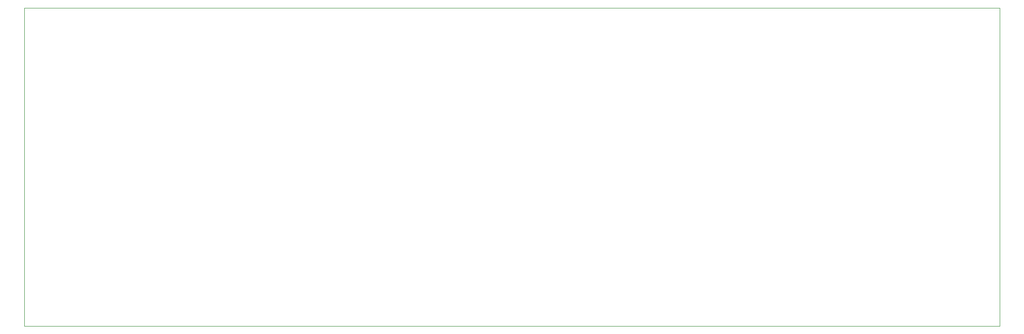
<source format=gm1>
G04 #@! TF.GenerationSoftware,KiCad,Pcbnew,5.1.5*
G04 #@! TF.CreationDate,2020-04-05T15:42:04+02:00*
G04 #@! TF.ProjectId,HB-LC-DimPWM-PCB,48422d4c-432d-4446-996d-50574d2d5043,rev?*
G04 #@! TF.SameCoordinates,Original*
G04 #@! TF.FileFunction,Profile,NP*
%FSLAX46Y46*%
G04 Gerber Fmt 4.6, Leading zero omitted, Abs format (unit mm)*
G04 Created by KiCad (PCBNEW 5.1.5) date 2020-04-05 15:42:04*
%MOMM*%
%LPD*%
G04 APERTURE LIST*
%ADD10C,0.050000*%
G04 APERTURE END LIST*
D10*
X84600000Y-119600000D02*
X261300000Y-119600000D01*
X261300000Y-119600000D02*
X261300000Y-62000000D01*
X261300000Y-62000000D02*
X84600000Y-62000000D01*
X84600000Y-62000000D02*
X84600000Y-119600000D01*
M02*

</source>
